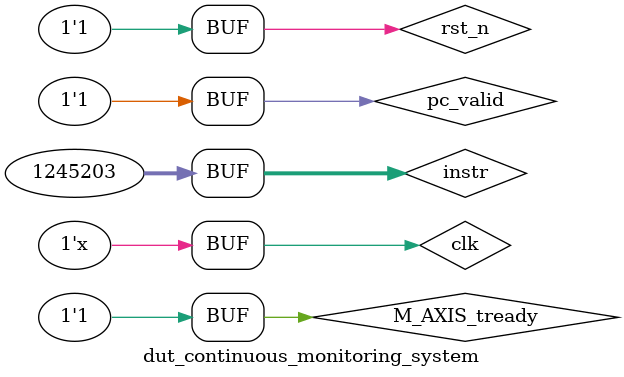
<source format=v>
`timescale 1ns/1ps  // time-unit = 1 ns, precision = 10 ps

module dut_continuous_monitoring_system;
    localparam XLEN = 64;
    localparam AXI_DATA_WIDTH = 64 + 32;
    localparam period = 10;
    localparam clk_period = 5;

    reg M_AXIS_tready = 1;
    wire M_AXIS_tvalid, M_AXIS_tlast;
    wire [AXI_DATA_WIDTH-1:0] M_AXIS_tdata;

    reg clk=0, rst_n=1;
    reg [XLEN-1:0] pc = 4;
    reg [31:0] instr;
    reg pc_valid=1;

    continuous_monitoring_system #(
        .XLEN(XLEN),
        .AXI_DATA_WIDTH(AXI_DATA_WIDTH)
    ) cms (
        .clk(clk),
        .rst_n(rst_n),
        .instr(instr),
        .pc(pc),
        .pc_valid(pc_valid),
        .M_AXIS_tvalid(M_AXIS_tvalid),
        .M_AXIS_tready(M_AXIS_tready),
        .M_AXIS_tdata(M_AXIS_tdata),
        .M_AXIS_tlast(M_AXIS_tlast),
        .tlast_interval(3)
    );

    initial
    begin

        instr =  32'h00000000;
        #period; 

        // riscv branch instruction
        instr =  32'h0000006f;
        #period;

        // blt     a0, a1, .LBB0_2
        instr = 32'b1100011000000001000001100011;
        #period;

        // riscv jalr instruction
        instr =  32'h00000067;
        #period;

        instr =  32'h00000000;
        #period; 

        // riscv jal instruction
        instr =  32'h000000ef;
        #period;

        // addi t0, t1, 10
        instr = 32'b00000000000100110000000000010011;
        #period;

        instr =  32'h00000000;
        #period; 

        // riscv branch instruction
        instr =  32'h0000006f;
        #period;

        // blt     a0, a1, .LBB0_2
        instr = 32'b1100011000000001000001100011;
        #period;

        // riscv jalr instruction
        instr =  32'h00000067;
        #period;

        // riscv jal instruction
        instr =  32'h000000ef;
        #period;

        // addi t0, t1, 10
        instr = 32'b00000000000100110000000000010011;
        #period;
    end 

    always 
    begin
        clk = ~clk;
        #clk_period;
    end

    always @ (posedge clk) begin
        pc = pc +4;
    end




// module continuous_monitoring_system #(
//     parameter XLEN = 64,
//     parameter AXI_DATA_WIDTH = XLEN + 32
//     //parameter ADDR_WIDTH = 4 // internal addressing (each of 16 addresses can result in a different action upon writing/reading)
// ) (
//     input clk, rst_n, 
//     // input [ADDR_WIDTH-1:0] addr,
//     // input [DATA_WIDTH-1:0] data
//     input [31:0] instr,
//     input [XLEN-1:0] pc,
//     input pc_valid,
    
//     // MASTER AXI (supplies data packet to FIFO)
//     output reg M_AXIS_tvalid,
//     input M_AXIS_tready,
//     output reg [DATA_WIDTH-1:0] M_AXIS_tdata,
//     output reg M_AXIS_tlast,
//     input [31:0] tlast_interval // number of items in FIFO after which tlast is asserted
// );

endmodule
</source>
